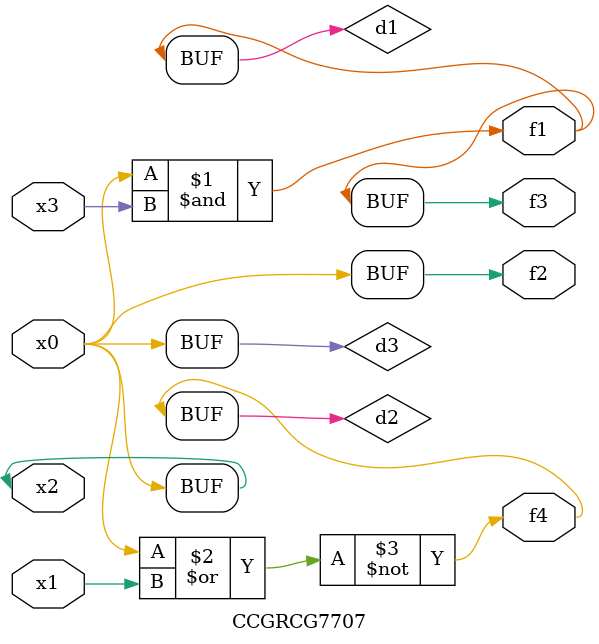
<source format=v>
module CCGRCG7707(
	input x0, x1, x2, x3,
	output f1, f2, f3, f4
);

	wire d1, d2, d3;

	and (d1, x2, x3);
	nor (d2, x0, x1);
	buf (d3, x0, x2);
	assign f1 = d1;
	assign f2 = d3;
	assign f3 = d1;
	assign f4 = d2;
endmodule

</source>
